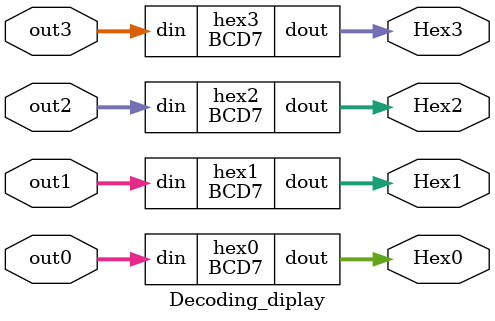
<source format=v>
`timescale 1ns/1ns
module BCD7 (din,dout);

  input [3:0] din;
  output [6:0] dout;

  assign dout=(din==4'd0)?7'b1000000:
              (din==4'd1)?7'b1111001:
              (din==4'd2)?7'b0100100:
              (din==4'd3)?7'b0110000:
              (din==4'd4)?7'b0011001:
              (din==4'd5)?7'b0010010:
              (din==4'd6)?7'b0000010:
              (din==4'd7)?7'b1111000:
              (din==4'd8)?7'b0000000:
              (din==4'd9)?7'b0010000:7'b0;

endmodule

module Decoding_diplay (out0,out1,out2,out3,Hex0,Hex1,Hex2,Hex3);

  input [3:0] out0,out1,out2,out3;
  output [6:0] Hex0,Hex1,Hex2,Hex3;

  BCD7 hex0(.din(out0),.dout(Hex0));
  BCD7 hex1(.din(out1),.dout(Hex1));
  BCD7 hex2(.din(out2),.dout(Hex2));
  BCD7 hex3(.din(out3),.dout(Hex3));

endmodule

</source>
